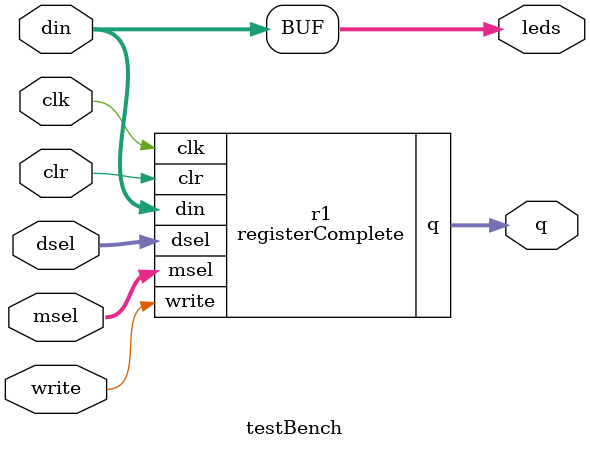
<source format=v>
module fd_c(q, clk, d, clr);
	input clk, clr, d;
	output reg q;
	always @(negedge clk)
	if (clr) q <= 0;
	else q <= d;
endmodule

module mux21(q, i0, i1, sel);
	output q;
	input i0, i1, sel;
	
	assign q = (~sel & i0) | (sel & i1);
	
endmodule

module register1bit(clk, clr, write, din, dout);
	output dout;
	input clk, write, din, clr;
	wire mout, dout;
	
	mux21 m1 (mout, dout, din, write);
	
	fd_c register (dout, clk, mout, clr);

endmodule

module register4bit(dout, din, write, clr, clk);
	output [3:0] dout;
	input [3:0] din;
	input write, clr, clk;
	wire [3:0] dout;
	
	register1bit r1 (clk, clr, write, din[3], dout[3]);
	register1bit r2 (clk, clr, write, din[2], dout[2]);
	register1bit r3 (clk, clr, write, din[1], dout[1]);
	register1bit r4 (clk, clr, write, din[0], dout[0]);

endmodule

module decoder24(q, i);
	output [3:0] q;
	input [1:0] i;
	
	assign q = 4'b1000 >> i;
	
endmodule

module register4word(dout, din, write, clk, clr, sel);
	output [15:0] dout;
	input [3:0] din;
	input [1:0] sel;
	input clk, clr, write;
	wire [3:0] decode, w;
	
	decoder24 d1(decode, sel);
	
	assign w[0] = decode[3] & write;
	assign w[1] = decode[2] & write;
	assign w[2] = decode[1] & write;
	assign w[3] = decode[0] & write;
	
	register4bit r1 (dout[15:12], din, w[0], clr, clk);
	register4bit r2 (dout[11:8], din, w[1], clr, clk);
	register4bit r3 (dout[7:4], din, w[2], clr, clk);
	register4bit r4 (dout[3:0], din, w[3], clr, clk);
	
endmodule

module mux164(q, i1, i2, i3, i4, sel);
	output [3:0] q;
	input [3:0] i1, i2, i3, i4;
	input [1:0] sel;
	
	assign q = (sel == 2'b00) ? i1 :
					(sel == 2'b01) ? i2 :
					(sel == 2'b10) ? i3 :
					i4;
endmodule


module registerComplete (q, din, clk, clr, write, dsel, msel);
		output [3:0] q;
		input clk, clr, write;
		input [1:0] dsel, msel;
		input [3:0] din;
		wire [3:0] w1, w2, w3, w4;
		
		register4word r4w({w1, w2, w3, w4}, din, write, clk, clr, dsel);
		
		mux164 m1 (q, w1, w2, w3, w4, msel);
		
endmodule


module testBench (q, leds, din, clk, clr, write, dsel, msel);
		output [3:0] q, leds;
		input clk, clr, write;
		input [1:0] dsel, msel;
		input [3:0] din;

		registerComplete r1 (q, din, clk, clr, write, dsel, msel);
		
		assign leds = din;

endmodule

</source>
